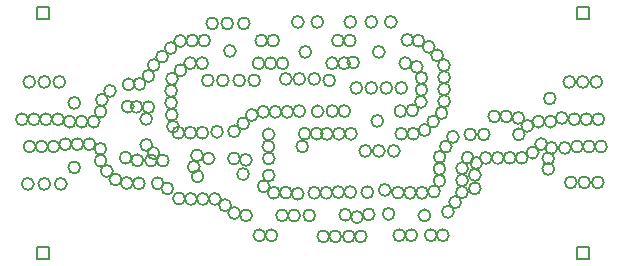
<source format=gbr>
%TF.GenerationSoftware,Altium Limited,Altium Designer,22.6.1 (34)*%
G04 Layer_Color=2752767*
%FSLAX26Y26*%
%MOIN*%
%TF.SameCoordinates,8B827DF8-CB59-4627-A0E1-72AFC477AE17*%
%TF.FilePolarity,Positive*%
%TF.FileFunction,Drawing*%
%TF.Part,Single*%
G01*
G75*
%TA.AperFunction,NonConductor*%
%ADD28C,0.005000*%
%ADD47C,0.006667*%
D28*
X2880000Y1880000D02*
Y1920000D01*
X2920000D01*
Y1880000D01*
X2880000D01*
Y1080000D02*
Y1120000D01*
X2920000D01*
Y1080000D01*
X2880000D01*
X1080000D02*
Y1120000D01*
X1120000D01*
Y1080000D01*
X1080000D01*
Y1880000D02*
Y1920000D01*
X1120000D01*
Y1880000D01*
X1080000D01*
D47*
X2195000Y1440000D02*
G03*
X2195000Y1440000I-20000J0D01*
G01*
X1881935Y1158250D02*
G03*
X1881935Y1158250I-20000J0D01*
G01*
X1841935D02*
G03*
X1841935Y1158250I-20000J0D01*
G01*
X2413282Y1158870D02*
G03*
X2413282Y1158870I-20000J0D01*
G01*
X2453282D02*
G03*
X2453282Y1158870I-20000J0D01*
G01*
X2308282D02*
G03*
X2308282Y1158870I-20000J0D01*
G01*
X2348282D02*
G03*
X2348282Y1158870I-20000J0D01*
G01*
X2055000Y1155000D02*
G03*
X2055000Y1155000I-20000J0D01*
G01*
X2095000D02*
G03*
X2095000Y1155000I-20000J0D01*
G01*
X2265000Y1650000D02*
G03*
X2265000Y1650000I-20000J0D01*
G01*
X2165000D02*
G03*
X2165000Y1650000I-20000J0D01*
G01*
X2315000D02*
G03*
X2315000Y1650000I-20000J0D01*
G01*
X2971853Y1545392D02*
G03*
X2971853Y1545392I-20000J0D01*
G01*
X2931853D02*
G03*
X2931853Y1545392I-20000J0D01*
G01*
X2891853D02*
G03*
X2891853Y1545392I-20000J0D01*
G01*
X2850000Y1550000D02*
G03*
X2850000Y1550000I-20000J0D01*
G01*
X2812366Y1537725D02*
G03*
X2812366Y1537725I-20000J0D01*
G01*
X2772366D02*
G03*
X2772366Y1537725I-20000J0D01*
G01*
X2735027Y1523378D02*
G03*
X2735027Y1523378I-20000J0D01*
G01*
X2706743Y1495094D02*
G03*
X2706743Y1495094I-20000J0D01*
G01*
X2590000Y1495000D02*
G03*
X2590000Y1495000I-20000J0D01*
G01*
X2565000Y1400000D02*
G03*
X2565000Y1400000I-20000J0D01*
G01*
X2596468Y1416559D02*
G03*
X2596468Y1416559I-20000J0D01*
G01*
X2636468D02*
G03*
X2636468Y1416559I-20000J0D01*
G01*
X2676461Y1417275D02*
G03*
X2676461Y1417275I-20000J0D01*
G01*
X2716461D02*
G03*
X2716461Y1417275I-20000J0D01*
G01*
X2752655Y1434304D02*
G03*
X2752655Y1434304I-20000J0D01*
G01*
X2781250Y1462275D02*
G03*
X2781250Y1462275I-20000J0D01*
G01*
X2815000Y1450000D02*
G03*
X2815000Y1450000I-20000J0D01*
G01*
X2860000D02*
G03*
X2860000Y1450000I-20000J0D01*
G01*
X2900508Y1454608D02*
G03*
X2900508Y1454608I-20000J0D01*
G01*
X2940508D02*
G03*
X2940508Y1454608I-20000J0D01*
G01*
X2980508D02*
G03*
X2980508Y1454608I-20000J0D01*
G01*
X2487001Y1486727D02*
G03*
X2487001Y1486727I-20000J0D01*
G01*
X2463162Y1454607D02*
G03*
X2463162Y1454607I-20000J0D01*
G01*
X2442667Y1420256D02*
G03*
X2442667Y1420256I-20000J0D01*
G01*
X2442275Y1380258D02*
G03*
X2442275Y1380258I-20000J0D01*
G01*
Y1340258D02*
G03*
X2442275Y1340258I-20000J0D01*
G01*
X2423846Y1304756D02*
G03*
X2423846Y1304756I-20000J0D01*
G01*
X2384097Y1300284D02*
G03*
X2384097Y1300284I-20000J0D01*
G01*
X2344097D02*
G03*
X2344097Y1300284I-20000J0D01*
G01*
X2304103Y1301001D02*
G03*
X2304103Y1301001I-20000J0D01*
G01*
X2260000Y1310000D02*
G03*
X2260000Y1310000I-20000J0D01*
G01*
X2272548Y1229987D02*
G03*
X2272548Y1229987I-20000J0D01*
G01*
X2392294Y1224834D02*
G03*
X2392294Y1224834I-20000J0D01*
G01*
X2470339Y1237187D02*
G03*
X2470339Y1237187I-20000J0D01*
G01*
X2494703Y1268911D02*
G03*
X2494703Y1268911I-20000J0D01*
G01*
X2517037Y1302095D02*
G03*
X2517037Y1302095I-20000J0D01*
G01*
X2517725Y1342089D02*
G03*
X2517725Y1342089I-20000J0D01*
G01*
Y1382089D02*
G03*
X2517725Y1382089I-20000J0D01*
G01*
X2536305Y1417512D02*
G03*
X2536305Y1417512I-20000J0D01*
G01*
X2545000Y1495000D02*
G03*
X2545000Y1495000I-20000J0D01*
G01*
X2144793Y1302725D02*
G03*
X2144793Y1302725I-20000J0D01*
G01*
X2104793D02*
G03*
X2104793Y1302725I-20000J0D01*
G01*
X2064855Y1300504D02*
G03*
X2064855Y1300504I-20000J0D01*
G01*
X2024855D02*
G03*
X2024855Y1300504I-20000J0D01*
G01*
X2008289Y1224892D02*
G03*
X2008289Y1224892I-20000J0D01*
G01*
X2128256Y1227275D02*
G03*
X2128256Y1227275I-20000J0D01*
G01*
X2167448Y1219278D02*
G03*
X2167448Y1219278I-20000J0D01*
G01*
X2206450Y1228159D02*
G03*
X2206450Y1228159I-20000J0D01*
G01*
X2201970Y1302333D02*
G03*
X2201970Y1302333I-20000J0D01*
G01*
X1635841Y1355166D02*
G03*
X1635841Y1355166I-20000J0D01*
G01*
X1535000Y1315000D02*
G03*
X1535000Y1315000I-20000J0D01*
G01*
X1573761Y1281301D02*
G03*
X1573761Y1281301I-20000J0D01*
G01*
X1613730Y1279716D02*
G03*
X1613730Y1279716I-20000J0D01*
G01*
X1653730D02*
G03*
X1653730Y1279716I-20000J0D01*
G01*
X1693730D02*
G03*
X1693730Y1279716I-20000J0D01*
G01*
X1727834Y1258815D02*
G03*
X1727834Y1258815I-20000J0D01*
G01*
X1758371Y1232978D02*
G03*
X1758371Y1232978I-20000J0D01*
G01*
X1797612Y1225226D02*
G03*
X1797612Y1225226I-20000J0D01*
G01*
X1917610Y1225055D02*
G03*
X1917610Y1225055I-20000J0D01*
G01*
X1957610Y1224892D02*
G03*
X1957610Y1224892I-20000J0D01*
G01*
X1969748Y1297047D02*
G03*
X1969748Y1297047I-20000J0D01*
G01*
X1929954Y1301108D02*
G03*
X1929954Y1301108I-20000J0D01*
G01*
X1889959Y1300504D02*
G03*
X1889959Y1300504I-20000J0D01*
G01*
X1856225Y1321999D02*
G03*
X1856225Y1321999I-20000J0D01*
G01*
X1873108Y1358261D02*
G03*
X1873108Y1358261I-20000J0D01*
G01*
X1787553Y1362810D02*
G03*
X1787553Y1362810I-20000J0D01*
G01*
X1651645Y1500725D02*
G03*
X1651645Y1500725I-20000J0D01*
G01*
X1611645D02*
G03*
X1611645Y1500725I-20000J0D01*
G01*
X1571645D02*
G03*
X1571645Y1500725I-20000J0D01*
G01*
X1488986Y1432608D02*
G03*
X1488986Y1432608I-20000J0D01*
G01*
X1520304Y1407725D02*
G03*
X1520304Y1407725I-20000J0D01*
G01*
X1480305Y1408108D02*
G03*
X1480305Y1408108I-20000J0D01*
G01*
X1502929Y1331892D02*
G03*
X1502929Y1331892I-20000J0D01*
G01*
X1623108Y1386800D02*
G03*
X1623108Y1386800I-20000J0D01*
G01*
X1634047Y1425275D02*
G03*
X1634047Y1425275I-20000J0D01*
G01*
X1672620Y1414684D02*
G03*
X1672620Y1414684I-20000J0D01*
G01*
X1700804Y1503840D02*
G03*
X1700804Y1503840I-20000J0D01*
G01*
X1975050Y1572725D02*
G03*
X1975050Y1572725I-20000J0D01*
G01*
X1935125Y1570284D02*
G03*
X1935125Y1570284I-20000J0D01*
G01*
X1895125D02*
G03*
X1895125Y1570284I-20000J0D01*
G01*
X1855125D02*
G03*
X1855125Y1570284I-20000J0D01*
G01*
X1816555Y1559683D02*
G03*
X1816555Y1559683I-20000J0D01*
G01*
X1788160Y1531511D02*
G03*
X1788160Y1531511I-20000J0D01*
G01*
X1757864Y1505392D02*
G03*
X1757864Y1505392I-20000J0D01*
G01*
X1757156Y1414608D02*
G03*
X1757156Y1414608I-20000J0D01*
G01*
X1796892Y1410014D02*
G03*
X1796892Y1410014I-20000J0D01*
G01*
X1873108Y1414858D02*
G03*
X1873108Y1414858I-20000J0D01*
G01*
X1872008Y1454842D02*
G03*
X1872008Y1454842I-20000J0D01*
G01*
X1872813Y1494834D02*
G03*
X1872813Y1494834I-20000J0D01*
G01*
X1992768Y1497275D02*
G03*
X1992768Y1497275I-20000J0D01*
G01*
X2032764Y1497802D02*
G03*
X2032764Y1497802I-20000J0D01*
G01*
X2035993Y1571556D02*
G03*
X2035993Y1571556I-20000J0D01*
G01*
X2067071Y1496892D02*
G03*
X2067071Y1496892I-20000J0D01*
G01*
X2107069Y1497275D02*
G03*
X2107069Y1497275I-20000J0D01*
G01*
X2147069D02*
G03*
X2147069Y1497275I-20000J0D01*
G01*
X2125235Y1572725D02*
G03*
X2125235Y1572725I-20000J0D01*
G01*
X2085235D02*
G03*
X2085235Y1572725I-20000J0D01*
G01*
X2335000Y1810000D02*
G03*
X2335000Y1810000I-20000J0D01*
G01*
X2240000Y1770000D02*
G03*
X2240000Y1770000I-20000J0D01*
G01*
X2328204Y1732275D02*
G03*
X2328204Y1732275I-20000J0D01*
G01*
X2366365Y1720284D02*
G03*
X2366365Y1720284I-20000J0D01*
G01*
X2382275Y1683584D02*
G03*
X2382275Y1683584I-20000J0D01*
G01*
Y1643584D02*
G03*
X2382275Y1643584I-20000J0D01*
G01*
X2380283Y1603634D02*
G03*
X2380283Y1603634I-20000J0D01*
G01*
X2351999Y1575350D02*
G03*
X2351999Y1575350I-20000J0D01*
G01*
X2312085Y1572725D02*
G03*
X2312085Y1572725I-20000J0D01*
G01*
X2235000Y1540000D02*
G03*
X2235000Y1540000I-20000J0D01*
G01*
X2314869Y1497275D02*
G03*
X2314869Y1497275I-20000J0D01*
G01*
X2354869D02*
G03*
X2354869Y1497275I-20000J0D01*
G01*
X2392930Y1509579D02*
G03*
X2392930Y1509579I-20000J0D01*
G01*
X2421214Y1537863D02*
G03*
X2421214Y1537863I-20000J0D01*
G01*
X2449218Y1566424D02*
G03*
X2449218Y1566424I-20000J0D01*
G01*
X2457725Y1605509D02*
G03*
X2457725Y1605509I-20000J0D01*
G01*
Y1645509D02*
G03*
X2457725Y1645509I-20000J0D01*
G01*
Y1685509D02*
G03*
X2457725Y1685509I-20000J0D01*
G01*
X2457030Y1725503D02*
G03*
X2457030Y1725503I-20000J0D01*
G01*
X2434676Y1758675D02*
G03*
X2434676Y1758675I-20000J0D01*
G01*
X2406392Y1786959D02*
G03*
X2406392Y1786959I-20000J0D01*
G01*
X2371970Y1807333D02*
G03*
X2371970Y1807333I-20000J0D01*
G01*
X2143532Y1807725D02*
G03*
X2143532Y1807725I-20000J0D01*
G01*
X2103532D02*
G03*
X2103532Y1807725I-20000J0D01*
G01*
X1995000Y1770000D02*
G03*
X1995000Y1770000I-20000J0D01*
G01*
X2084279Y1732275D02*
G03*
X2084279Y1732275I-20000J0D01*
G01*
X2124279D02*
G03*
X2124279Y1732275I-20000J0D01*
G01*
X2155000Y1735000D02*
G03*
X2155000Y1735000I-20000J0D01*
G01*
X1888188Y1807725D02*
G03*
X1888188Y1807725I-20000J0D01*
G01*
X1848188D02*
G03*
X1848188Y1807725I-20000J0D01*
G01*
X1839279Y1732275D02*
G03*
X1839279Y1732275I-20000J0D01*
G01*
X1879279D02*
G03*
X1879279Y1732275I-20000J0D01*
G01*
X1919279D02*
G03*
X1919279Y1732275I-20000J0D01*
G01*
X1658293Y1807725D02*
G03*
X1658293Y1807725I-20000J0D01*
G01*
X1618293D02*
G03*
X1618293Y1807725I-20000J0D01*
G01*
X1578315Y1806397D02*
G03*
X1578315Y1806397I-20000J0D01*
G01*
X1546200Y1782551D02*
G03*
X1546200Y1782551I-20000J0D01*
G01*
X1517916Y1754267D02*
G03*
X1517916Y1754267I-20000J0D01*
G01*
X1489631Y1725982D02*
G03*
X1489631Y1725982I-20000J0D01*
G01*
X1472275Y1689944D02*
G03*
X1472275Y1689944I-20000J0D01*
G01*
X1442613Y1663108D02*
G03*
X1442613Y1663108I-20000J0D01*
G01*
X1432290Y1586892D02*
G03*
X1432290Y1586892I-20000J0D01*
G01*
X1472275Y1585811D02*
G03*
X1472275Y1585811I-20000J0D01*
G01*
X1464608Y1546553D02*
G03*
X1464608Y1546553I-20000J0D01*
G01*
X1554147Y1520741D02*
G03*
X1554147Y1520741I-20000J0D01*
G01*
X1550015Y1560527D02*
G03*
X1550015Y1560527I-20000J0D01*
G01*
X1547725Y1600461D02*
G03*
X1547725Y1600461I-20000J0D01*
G01*
Y1640461D02*
G03*
X1547725Y1640461I-20000J0D01*
G01*
X1550701Y1680350D02*
G03*
X1550701Y1680350I-20000J0D01*
G01*
X1578985Y1708634D02*
G03*
X1578985Y1708634I-20000J0D01*
G01*
X1611252Y1732275D02*
G03*
X1611252Y1732275I-20000J0D01*
G01*
X1651252D02*
G03*
X1651252Y1732275I-20000J0D01*
G01*
X1743738Y1773229D02*
G03*
X1743738Y1773229I-20000J0D01*
G01*
X1343939Y1639849D02*
G03*
X1343939Y1639849I-20000J0D01*
G01*
X1316950Y1610326D02*
G03*
X1316950Y1610326I-20000J0D01*
G01*
X1312275Y1570600D02*
G03*
X1312275Y1570600I-20000J0D01*
G01*
X1289489Y1537725D02*
G03*
X1289489Y1537725I-20000J0D01*
G01*
X1249489D02*
G03*
X1249489Y1537725I-20000J0D01*
G01*
X1209489D02*
G03*
X1209489Y1537725I-20000J0D01*
G01*
X1170231Y1545392D02*
G03*
X1170231Y1545392I-20000J0D01*
G01*
X1130231D02*
G03*
X1130231Y1545392I-20000J0D01*
G01*
X1090231D02*
G03*
X1090231Y1545392I-20000J0D01*
G01*
X1050231D02*
G03*
X1050231Y1545392I-20000J0D01*
G01*
X1076041Y1454608D02*
G03*
X1076041Y1454608I-20000J0D01*
G01*
X1116041D02*
G03*
X1116041Y1454608I-20000J0D01*
G01*
X1156041D02*
G03*
X1156041Y1454608I-20000J0D01*
G01*
X1195300Y1462275D02*
G03*
X1195300Y1462275I-20000J0D01*
G01*
X1235300D02*
G03*
X1235300Y1462275I-20000J0D01*
G01*
X1275300D02*
G03*
X1275300Y1462275I-20000J0D01*
G01*
X1312275Y1447017D02*
G03*
X1312275Y1447017I-20000J0D01*
G01*
X1312667Y1407019D02*
G03*
X1312667Y1407019I-20000J0D01*
G01*
X1333671Y1372977D02*
G03*
X1333671Y1372977I-20000J0D01*
G01*
X1361956Y1344693D02*
G03*
X1361956Y1344693I-20000J0D01*
G01*
X1400206Y1332992D02*
G03*
X1400206Y1332992I-20000J0D01*
G01*
X1440191Y1331892D02*
G03*
X1440191Y1331892I-20000J0D01*
G01*
X1435089Y1408441D02*
G03*
X1435089Y1408441I-20000J0D01*
G01*
X1396076Y1417275D02*
G03*
X1396076Y1417275I-20000J0D01*
G01*
X1465000Y1460000D02*
G03*
X1465000Y1460000I-20000J0D01*
G01*
X1402765Y1587802D02*
G03*
X1402765Y1587802I-20000J0D01*
G01*
X1405993Y1661556D02*
G03*
X1405993Y1661556I-20000J0D01*
G01*
X1225000Y1385000D02*
G03*
X1225000Y1385000I-20000J0D01*
G01*
X1985000Y1455000D02*
G03*
X1985000Y1455000I-20000J0D01*
G01*
X2560000Y1315000D02*
G03*
X2560000Y1315000I-20000J0D01*
G01*
X1775000Y1675000D02*
G03*
X1775000Y1675000I-20000J0D01*
G01*
X2075000D02*
G03*
X2075000Y1675000I-20000J0D01*
G01*
X1670000D02*
G03*
X1670000Y1675000I-20000J0D01*
G01*
X1825000D02*
G03*
X1825000Y1675000I-20000J0D01*
G01*
X2025000Y1680000D02*
G03*
X2025000Y1680000I-20000J0D01*
G01*
X1735000Y1865000D02*
G03*
X1735000Y1865000I-20000J0D01*
G01*
X1790000D02*
G03*
X1790000Y1865000I-20000J0D01*
G01*
X1685000D02*
G03*
X1685000Y1865000I-20000J0D01*
G01*
X1975000Y1680000D02*
G03*
X1975000Y1680000I-20000J0D01*
G01*
X2035000Y1870000D02*
G03*
X2035000Y1870000I-20000J0D01*
G01*
X1970000D02*
G03*
X1970000Y1870000I-20000J0D01*
G01*
X2215000Y1650000D02*
G03*
X2215000Y1650000I-20000J0D01*
G01*
X2145000Y1870000D02*
G03*
X2145000Y1870000I-20000J0D01*
G01*
X1125000Y1670000D02*
G03*
X1125000Y1670000I-20000J0D01*
G01*
Y1330000D02*
G03*
X1125000Y1330000I-20000J0D01*
G01*
X2970000Y1335000D02*
G03*
X2970000Y1335000I-20000J0D01*
G01*
X2965000Y1670000D02*
G03*
X2965000Y1670000I-20000J0D01*
G01*
X2215000Y1870000D02*
G03*
X2215000Y1870000I-20000J0D01*
G01*
X2925000Y1335000D02*
G03*
X2925000Y1335000I-20000J0D01*
G01*
X2920000Y1670000D02*
G03*
X2920000Y1670000I-20000J0D01*
G01*
X2290000Y1440000D02*
G03*
X2290000Y1440000I-20000J0D01*
G01*
X2625000Y1555000D02*
G03*
X2625000Y1555000I-20000J0D01*
G01*
X2280000Y1870000D02*
G03*
X2280000Y1870000I-20000J0D01*
G01*
X2180000Y1155000D02*
G03*
X2180000Y1155000I-20000J0D01*
G01*
X1070000Y1330000D02*
G03*
X1070000Y1330000I-20000J0D01*
G01*
X1075000Y1670000D02*
G03*
X1075000Y1670000I-20000J0D01*
G01*
X2705000Y1550000D02*
G03*
X2705000Y1550000I-20000J0D01*
G01*
X2805000Y1415000D02*
G03*
X2805000Y1415000I-20000J0D01*
G01*
X2880000Y1335000D02*
G03*
X2880000Y1335000I-20000J0D01*
G01*
X2805000Y1380000D02*
G03*
X2805000Y1380000I-20000J0D01*
G01*
X2875000Y1670000D02*
G03*
X2875000Y1670000I-20000J0D01*
G01*
X2810000Y1615000D02*
G03*
X2810000Y1615000I-20000J0D01*
G01*
X1180000Y1330000D02*
G03*
X1180000Y1330000I-20000J0D01*
G01*
X1225000Y1600000D02*
G03*
X1225000Y1600000I-20000J0D01*
G01*
X1175000Y1670000D02*
G03*
X1175000Y1670000I-20000J0D01*
G01*
X2240000Y1440000D02*
G03*
X2240000Y1440000I-20000J0D01*
G01*
X2560000Y1360000D02*
G03*
X2560000Y1360000I-20000J0D01*
G01*
X2140000Y1155000D02*
G03*
X2140000Y1155000I-20000J0D01*
G01*
X2665000Y1555000D02*
G03*
X2665000Y1555000I-20000J0D01*
G01*
X1720000Y1675000D02*
G03*
X1720000Y1675000I-20000J0D01*
G01*
X1930000Y1680000D02*
G03*
X1930000Y1680000I-20000J0D01*
G01*
%TF.MD5,9006baba86b8a965430a60be2263855a*%
M02*

</source>
